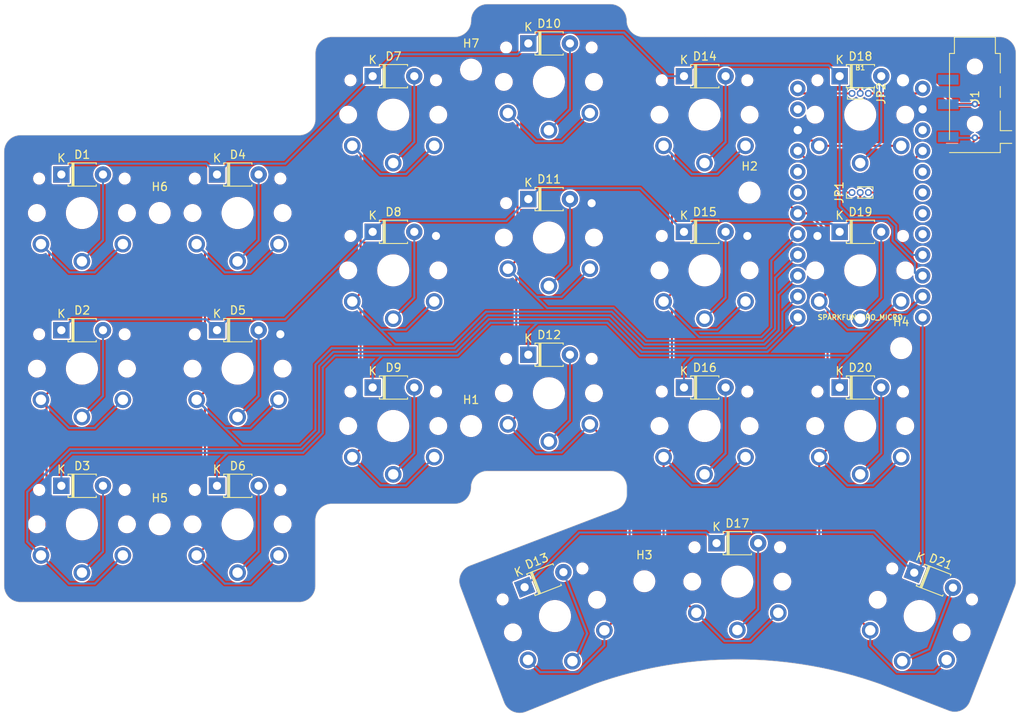
<source format=kicad_pcb>
(kicad_pcb (version 20221018) (generator pcbnew)
  (layers (0 "F.Cu" signal) (31 "B.Cu" signal) (34 "B.Paste" user) (35 "F.Paste" user) (36 "B.SilkS" user "B.Silkscreen") (37 "F.SilkS" user "F.Silkscreen") (38 "B.Mask" user) (39 "F.Mask" user) (44 "Edge.Cuts" user))
  (net 0 "")
  (net 1 "Net-(D1-Pad2)")
  (net 2 "row0")
  (net 3 "Net-(D2-Pad2)")
  (net 4 "row1")
  (net 5 "Net-(D3-Pad2)")
  (net 6 "Net-(D4-Pad2)")
  (net 7 "Net-(D5-Pad2)")
  (net 8 "row2")
  (net 9 "Net-(D6-Pad2)")
  (net 10 "Net-(D7-Pad2)")
  (net 11 "Net-(D8-Pad2)")
  (net 12 "Net-(D9-Pad2)")
  (net 13 "Net-(D10-Pad2)")
  (net 14 "Net-(D11-Pad2)")
  (net 15 "Net-(D12-Pad2)")
  (net 16 "Net-(D13-Pad2)")
  (net 17 "Net-(D14-Pad2)")
  (net 18 "Net-(D15-Pad2)")
  (net 19 "row3")
  (net 20 "Net-(D16-Pad2)")
  (net 21 "Net-(D17-Pad2)")
  (net 22 "Net-(D18-Pad2)")
  (net 23 "Net-(D19-Pad2)")
  (net 24 "Net-(D20-Pad2)")
  (net 25 "col0")
  (net 26 "col1")
  (net 27 "col2")
  (net 28 "col3")
  (net 29 "col4")
  (net 30 "col5")
  (net 31 "GND")
  (net 32 "+5V")
  (net 33 "Net-(B1-Pad24)")
  (net 34 "Net-(B1-Pad22)")
  (net 35 "Net-(B1-Pad21)")
  (net 36 "Net-(B1-Pad20)")
  (net 37 "Net-(B1-Pad19)")
  (net 38 "Net-(B1-Pad18)")
  (net 39 "Net-(B1-Pad17)")
  (net 40 "Net-(B1-Pad6)")
  (net 41 "Net-(B1-Pad5)")
  (net 42 "Net-(B1-Pad4)")
  (net 43 "Net-(B1-Pad2)")
  (net 44 "Net-(B1-Pad1)")
  (net 45 "Net-(D21-Pad2)")
  (net 46 "TX")
  (net 47 "Net-(J1-PadR2)")
  (footprint "Diode_THT:D_T-1_P5.08mm_Horizontal" (layer "F.Cu") (at 90.49 88.3)
    (fp_text reference "D1")
    (fp_text value "D_Small")
  )
  (footprint "keyswitches:SW_PG1350_reversible" (layer "F.Cu") (at 188 81)
    (fp_text reference "SW18" hide)
    (fp_text value "SW_Push")
  )
  (footprint "keyswitches:SW_PG1350_reversible" (layer "F.Cu") (at 188 119)
    (fp_text reference "SW20" hide)
    (fp_text value "SW_Push")
  )
  (footprint "keyswitches:SW_PG1350_reversible" (layer "F.Cu") (at 188 100)
    (fp_text reference "SW19" hide)
    (fp_text value "SW_Push")
  )
  (footprint "keyswitches:SW_PG1350_reversible" (layer "F.Cu") (at 112 112)
    (fp_text reference "SW5" hide)
    (fp_text value "SW_Push")
  )
  (footprint "keyswitches:SW_PG1350_reversible" (layer "F.Cu") (at 150 115)
    (fp_text reference "SW12" hide)
    (fp_text value "SW_Push")
  )
  (footprint "keyswitches:SW_PG1350_reversible" (layer "F.Cu") (at 150 96)
    (fp_text reference "SW11" hide)
    (fp_text value "SW_Push")
  )
  (footprint "keyswitches:SW_PG1350_reversible" (layer "F.Cu") (at 112 93)
    (fp_text reference "SW4" hide)
    (fp_text value "SW_Push")
  )
  (footprint "keyswitches:SW_PG1350_reversible" (layer "F.Cu") (at 150 77)
    (fp_text reference "SW10" hide)
    (fp_text value "SW_Push")
  )
  (footprint "keyswitches:SW_PG1350_reversible" (layer "F.Cu") (at 131 119)
    (fp_text reference "SW9" hide)
    (fp_text value "SW_Push")
  )
  (footprint "keyswitches:SW_PG1350_reversible" (layer "F.Cu") (at 131 100)
    (fp_text reference "SW8" hide)
    (fp_text value "SW_Push")
  )
  (footprint "keyswitches:SW_PG1350_reversible" (layer "F.Cu") (at 131 81)
    (fp_text reference "SW7" hide)
    (fp_text value "SW_Push")
  )
  (footprint "keyswitches:SW_PG1350_reversible" (layer "F.Cu") (at 112 131)
    (fp_text reference "SW6" hide)
    (fp_text value "SW_Push")
  )
  (footprint "keyswitches:SW_PG1350_reversible" (layer "F.Cu") (at 93 131)
    (fp_text reference "SW3" hide)
    (fp_text value "SW_Push")
  )
  (footprint "keyswitches:SW_PG1350_reversible" (layer "F.Cu") (at 93 93)
    (fp_text reference "SW1" hide)
    (fp_text value "SW_Push")
  )
  (footprint "keyswitches:SW_PG1350_reversible" (layer "F.Cu") (at 93 112)
    (fp_text reference "SW2" hide)
    (fp_text value "SW_Push")
  )
  (footprint "Diode_THT:D_T-1_P5.08mm_Horizontal" (layer "F.Cu") (at 185.49 76.3)
    (fp_text reference "D18")
    (fp_text value "D_Small")
  )
  (footprint "Diode_THT:D_T-1_P5.08mm_Horizontal" (layer "F.Cu") (at 185.49 114.3)
    (fp_text reference "D20")
    (fp_text value "D_Small")
  )
  (footprint "Diode_THT:D_T-1_P5.08mm_Horizontal" (layer "F.Cu") (at 166.49 95.3)
    (fp_text reference "D15")
    (fp_text value "D_Small")
  )
  (footprint "Diode_THT:D_T-1_P5.08mm_Horizontal" (layer "F.Cu") (at 185.49 95.3)
    (fp_text reference "D19")
    (fp_text value "D_Small")
  )
  (footprint "Diode_THT:D_T-1_P5.08mm_Horizontal" (layer "F.Cu") (at 166.49 114.3)
    (fp_text reference "D16")
    (fp_text value "D_Small")
  )
  (footprint "Diode_THT:D_T-1_P5.08mm_Horizontal" (layer "F.Cu") (at 166.49 76.3)
    (fp_text reference "D14")
    (fp_text value "D_Small")
  )
  (footprint "Diode_THT:D_T-1_P5.08mm_Horizontal" (layer "F.Cu") (at 147.49 110.3)
    (fp_text reference "D12")
    (fp_text value "D_Small")
  )
  (footprint "Diode_THT:D_T-1_P5.08mm_Horizontal" (layer "F.Cu") (at 147.49 72.3)
    (fp_text reference "D10")
    (fp_text value "D_Small")
  )
  (footprint "Diode_THT:D_T-1_P5.08mm_Horizontal" (layer "F.Cu") (at 90.49 126.3)
    (fp_text reference "D3")
    (fp_text value "D_Small")
  )
  (footprint "Diode_THT:D_T-1_P5.08mm_Horizontal" (layer "F.Cu") (at 90.49 107.3)
    (fp_text reference "D2")
    (fp_text value "D_Small")
  )
  (footprint "Diode_THT:D_T-1_P5.08mm_Horizontal" (layer "F.Cu") (at 128.49 76.3)
    (fp_text reference "D7")
    (fp_text value "D_Small")
  )
  (footprint "Diode_THT:D_T-1_P5.08mm_Horizontal" (layer "F.Cu") (at 128.49 114.3)
    (fp_text reference "D9")
    (fp_text value "D_Small")
  )
  (footprint "Diode_THT:D_T-1_P5.08mm_Horizontal" (layer "F.Cu") (at 109.49 126.3)
    (fp_text reference "D6")
    (fp_text value "D_Small")
  )
  (footprint "Diode_THT:D_T-1_P5.08mm_Horizontal" (layer "F.Cu") (at 109.49 107.3)
    (fp_text reference "D5")
    (fp_text value "D_Small")
  )
  (footprint "Diode_THT:D_T-1_P5.08mm_Horizontal" (layer "F.Cu") (at 128.49 95.3)
    (fp_text reference "D8")
    (fp_text value "D_Small")
  )
  (footprint "Diode_THT:D_T-1_P5.08mm_Horizontal" (layer "F.Cu") (at 147.49 91.3)
    (fp_text reference "D11")
    (fp_text value "D_Small")
  )
  (footprint "Diode_THT:D_T-1_P5.08mm_Horizontal" (layer "F.Cu") (at 109.49 88.3)
    (fp_text reference "D4")
    (fp_text value "D_Small")
  )
  (footprint "keyswitches:SW_PG1350_reversible" (layer "F.Cu") (at 169 100)
    (fp_text reference "SW15" hide)
    (fp_text value "SW_Push")
  )
  (footprint "keyswitches:SW_PG1350_reversible" (layer "F.Cu") (at 169 81)
    (fp_text reference "SW14" hide)
    (fp_text value "SW_Push")
  )
  (footprint "keyswitches:SW_PG1350_reversible" (layer "F.Cu") (at 169 119)
    (fp_text reference "SW16" hide)
    (fp_text value "SW_Push")
  )
  (footprint "keyswitches:SW_PG1350_reversible" (layer "F.Cu") (at 195.26 142.2 -21.2)
    (fp_text reference "SW21" hide)
    (fp_text value "SW_Push")
  )
  (footprint "keyswitches:SW_PG1350_reversible" (layer "F.Cu") (at 150.74 142.2 21.2)
    (fp_text reference "SW13" hide)
    (fp_text value "SW_Push")
  )
  (footprint "keyswitches:SW_PG1350_reversible" (layer "F.Cu") (at 173 138)
    (fp_text reference "SW17" hide)
    (fp_text value "SW_Push")
  )
  (footprint "Diode_THT:D_T-1_P5.08mm_Horizontal" (layer "F.Cu") (at 194.591533 136.899552 -21.2)
    (fp_text reference "D21")
    (fp_text value "D_Small")
  )
  (footprint "Diode_THT:D_T-1_P5.08mm_Horizontal" (layer "F.Cu") (at 147.037217 138.673919 21.2)
    (fp_text reference "D13")
    (fp_text value "D_Small")
  )
  (footprint "Diode_THT:D_T-1_P5.08mm_Horizontal" (layer "F.Cu") (at 170.46 133.3)
    (fp_text reference "D17")
    (fp_text value "D_Small")
  )
  (footprint "SparkFun Boards:SPARKFUN_PRO_MICRO" (layer "F.Cu") (at 188 90.5)
    (fp_text reference "B1")
    (fp_text value "SPARKFUN_PRO_MICRO")
  )
  (footprint "Connector_Audio:Jack_3.5mm_PJ320D_Horizontal" (layer "F.Cu") (at 202 79.9 -90)
    (fp_text reference "J1")
    (fp_text value "AudioJack4")
  )
  (footprint "MountingHole:MountingHole_2.2mm_M2" (layer "F.Cu") (at 161.65 137.95)
    (fp_text reference "H3")
    (fp_text value "MountingHole")
  )
  (footprint "MountingHole:MountingHole_2.2mm_M2" (layer "F.Cu") (at 102.5 93)
    (fp_text reference "H6")
    (fp_text value "MountingHole")
  )
  (footprint "MountingHole:MountingHole_2.2mm_M2" (layer "F.Cu") (at 102.5 131)
    (fp_text reference "H5")
    (fp_text value "MountingHole")
  )
  (footprint "MountingHole:MountingHole_2.2mm_M2" (layer "F.Cu") (at 140.5 119)
    (fp_text reference "H1")
    (fp_text value "MountingHole")
  )
  (footprint "MountingHole:MountingHole_2.2mm_M2" (layer "F.Cu") (at 174.5 90.5)
    (fp_text reference "H2")
    (fp_text value "MountingHole")
  )
  (footprint "MountingHole:MountingHole_2.2mm_M2" (layer "F.Cu") (at 140.5 75.5)
    (fp_text reference "H7")
    (fp_text value "MountingHole")
  )
  (footprint "Connector_PinHeader_1.00mm:PinHeader_1x03_P1.00mm_Vertical" (layer "F.Cu") (at 189 78.4 -90)
    (fp_text reference "JP2")
    (fp_text value "SolderJumper_3_Open")
  )
  (footprint "MountingHole:MountingHole_2.2mm_M2" (layer "F.Cu") (at 193 109.5)
    (fp_text reference "H4")
    (fp_text value "MountingHole")
  )
  (footprint "Connector_PinHeader_1.00mm:PinHeader_1x03_P1.00mm_Vertical" (layer "F.Cu") (at 187 90.5 90)
    (fp_text reference "JP1")
    (fp_text value "SolderJumper_3_Open")
  )
  (gr_line (start 161.5 71.5) (end 169 71.5) (stroke (width 0.05)) (layer "Edge.Cuts"))
  (gr_arc (start 201.379999 152.669999) (mid 200.289533 153.742618) (end 198.760001 153.729999) (stroke (width 0.05)) (layer "Edge.Cuts"))
  (gr_line (start 190.489493 150.529421) (end 198.760001 153.729999) (stroke (width 0.05)) (layer "Edge.Cuts"))
  (gr_arc (start 173 147.5) (mid 181.874961 148.262952) (end 190.489493 150.529421) (stroke (width 0.05)) (layer "Edge.Cuts"))
  (gr_arc (start 155.510507 150.529421) (mid 164.125039 148.262953) (end 173 147.5) (stroke (width 0.05)) (layer "Edge.Cuts"))
  (gr_line (start 139.200001 138.639999) (end 144.51 152.69) (stroke (width 0.05)) (layer "Edge.Cuts"))
  (gr_line (start 201.379999 152.669999) (end 206.8808 138.589999) (stroke (width 0.05)) (layer "Edge.Cuts"))
  (gr_line (start 85.5 140.5) (end 119.5 140.5) (stroke (width 0.05)) (layer "Edge.Cuts"))
  (gr_arc (start 147.14 153.9) (mid 145.574401 153.839691) (end 144.51 152.69) (stroke (width 0.05)) (layer "Edge.Cuts"))
  (gr_line (start 155.510507 150.529421) (end 147.14 153.9) (stroke (width 0.05)) (layer "Edge.Cuts"))
  (gr_line (start 121.5 138.5) (end 121.5 130.5) (stroke (width 0.05)) (layer "Edge.Cuts"))
  (gr_arc (start 139.200001 138.639999) (mid 139.228595 137.110969) (end 140.330001 136.050001) (stroke (width 0.05)) (layer "Edge.Cuts"))
  (gr_arc (start 157.5 124.5) (mid 158.914214 125.085786) (end 159.5 126.5) (stroke (width 0.05)) (layer "Edge.Cuts"))
  (gr_line (start 159.5 126.5) (end 159.5 127.4) (stroke (width 0.05)) (layer "Edge.Cuts"))
  (gr_arc (start 121.5 130.5) (mid 122.085786 129.085786) (end 123.5 128.5) (stroke (width 0.05)) (layer "Edge.Cuts"))
  (gr_line (start 142.5 67.5) (end 157.5 67.5) (stroke (width 0.05)) (layer "Edge.Cuts"))
  (gr_arc (start 161.5 71.5) (mid 160.085786 70.914214) (end 159.5 69.5) (stroke (width 0.05)) (layer "Edge.Cuts"))
  (gr_line (start 207 73.5) (end 207 137.909999) (stroke (width 0.05)) (layer "Edge.Cuts"))
  (gr_line (start 123.5 128.5) (end 138.5 128.5) (stroke (width 0.05)) (layer "Edge.Cuts"))
  (gr_arc (start 121.5 73.5) (mid 122.085786 72.085786) (end 123.5 71.5) (stroke (width 0.05)) (layer "Edge.Cuts"))
  (gr_arc (start 140.5 69.5) (mid 139.914214 70.914214) (end 138.5 71.5) (stroke (width 0.05)) (layer "Edge.Cuts"))
  (gr_line (start 119.5 83.5) (end 85.5 83.5) (stroke (width 0.05)) (layer "Edge.Cuts"))
  (gr_arc (start 121.5 81.5) (mid 120.914214 82.914214) (end 119.5 83.5) (stroke (width 0.05)) (layer "Edge.Cuts"))
  (gr_line (start 83.5 85.5) (end 83.5 138.5) (stroke (width 0.05)) (layer "Edge.Cuts"))
  (gr_arc (start 207 137.909999) (mid 206.969975 138.255183) (end 206.8808 138.589999) (stroke (width 0.05)) (layer "Edge.Cuts"))
  (gr_arc (start 159.5 127.4) (mid 159.145158 128.488401) (end 158.251645 129.204058) (stroke (width 0.05)) (layer "Edge.Cuts"))
  (gr_arc (start 83.5 85.5) (mid 84.085786 84.085786) (end 85.5 83.5) (stroke (width 0.05)) (layer "Edge.Cuts"))
  (gr_arc (start 140.5 126.5) (mid 141.085786 125.085786) (end 142.5 124.5) (stroke (width 0.05)) (layer "Edge.Cuts"))
  (gr_line (start 138.5 71.5) (end 123.5 71.5) (stroke (width 0.05)) (layer "Edge.Cuts"))
  (gr_arc (start 121.5 138.5) (mid 120.914214 139.914214) (end 119.5 140.5) (stroke (width 0.05)) (layer "Edge.Cuts"))
  (gr_line (start 140.330001 136.050001) (end 158.251645 129.204058) (stroke (width 0.05)) (layer "Edge.Cuts"))
  (gr_line (start 169 71.5) (end 205 71.5) (stroke (width 0.05)) (layer "Edge.Cuts"))
  (gr_arc (start 85.5 140.5) (mid 84.085786 139.914214) (end 83.5 138.5) (stroke (width 0.05)) (layer "Edge.Cuts"))
  (gr_arc (start 205 71.5) (mid 206.414214 72.085786) (end 207 73.5) (stroke (width 0.05)) (layer "Edge.Cuts"))
  (gr_arc (start 157.5 67.5) (mid 158.914214 68.085786) (end 159.5 69.5) (stroke (width 0.05)) (layer "Edge.Cuts"))
  (gr_arc (start 140.5 126.5) (mid 139.914214 127.914214) (end 138.5 128.5) (stroke (width 0.05)) (layer "Edge.Cuts"))
  (gr_line (start 121.5 73.5) (end 121.5 81.5) (stroke (width 0.05)) (layer "Edge.Cuts"))
  (gr_arc (start 140.5 69.5) (mid 141.085786 68.085786) (end 142.5 67.5) (stroke (width 0.05)) (layer "Edge.Cuts"))
  (gr_line (start 142.5 124.5) (end 157.5 124.5) (stroke (width 0.05)) (layer "Edge.Cuts"))
  (segment (start 95.57 88.3) (end 95.57 96.33) (width 0.25) (layer "B.Cu") (net 1))
  (segment (start 95.57 96.33) (end 93 98.9) (width 0.25) (layer "B.Cu") (net 1))
  (segment (start 194.325954 98.12) (end 195.62 98.12) (width 0.25) (layer "B.Cu") (net 2))
  (segment (start 192.399699 95.422499) (end 192.399699 96.193745) (width 0.25) (layer "B.Cu") (net 2))
  (segment (start 90.49 88.3) (end 91.815001 86.974999) (width 0.25) (layer "B.Cu") (net 2))
  (segment (start 109.49 88.3) (end 110.815001 86.974999) (width 0.25) (layer "B.Cu") (net 2))
  (segment (start 159.169045 70.974999) (end 148.815001 70.974999) (width 0.25) (layer "B.Cu") (net 2))
  (segment (start 185.49 92.175129) (end 186.83986 93.524989) (width 0.25) (layer "B.Cu") (net 2))
  (segment (start 166.49 76.3) (end 164.494046 76.3) (width 0.25) (layer "B.Cu") (net 2))
  (segment (start 184.164999 74.974999) (end 185.49 76.3) (width 0.25) (layer "B.Cu") (net 2))
  (segment (start 148.815001 70.974999) (end 147.49 72.3) (width 0.25) (layer "B.Cu") (net 2))
  (segment (start 117.815001 86.974999) (end 128.49 76.3) (width 0.25) (layer "B.Cu") (net 2))
  (segment (start 131.169699 73.620301) (end 146.169699 73.620301) (width 0.25) (layer "B.Cu") (net 2))
  (segment (start 110.815001 86.974999) (end 117.815001 86.974999) (width 0.25) (layer "B.Cu") (net 2))
  (segment (start 108.164999 86.974999) (end 109.49 88.3) (width 0.25) (layer "B.Cu") (net 2))
  (segment (start 164.494046 76.3) (end 159.169045 70.974999) (width 0.25) (layer "B.Cu") (net 2))
  (segment (start 128.49 76.3) (end 131.169699 73.620301) (width 0.25) (layer "B.Cu") (net 2))
  (segment (start 166.49 76.3) (end 167.815001 74.974999) (width 0.25) (layer "B.Cu") (net 2))
  (segment (start 186.83986 93.524989) (end 191.392401 93.524989) (width 0.25) (layer "B.Cu") (net 2))
  (segment (start 167.815001 74.974999) (end 184.164999 74.974999) (width 0.25) (layer "B.Cu") (net 2))
  (segment (start 185.49 76.3) (end 185.49 92.175129) (width 0.25) (layer "B.Cu") (net 2))
  (segment (start 91.815001 86.974999) (end 108.164999 86.974999) (width 0.25) (layer "B.Cu") (net 2))
  (segment (start 192.399699 96.193745) (end 194.325954 98.12) (width 0.25) (layer "B.Cu") (net 2))
  (segment (start 146.169699 73.620301) (end 147.49 72.3) (width 0.25) (layer "B.Cu") (net 2))
  (segment (start 192.399698 94.532286) (end 192.399699 95.422499) (width 0.25) (layer "B.Cu") (net 2))
  (segment (start 191.392401 93.524989) (end 192.399698 94.532286) (width 0.25) (layer "B.Cu") (net 2))
  (segment (start 192.399699 95.168697) (end 192.399699 95.422499) (width 0.25) (layer "B.Cu") (net 2))
  (segment (start 95.57 107.3) (end 95.57 115.33) (width 0.25) (layer "B.Cu") (net 3))
  (segment (start 95.57 115.33) (end 93 117.9) (width 0.25) (layer "B.Cu") (net 3))
  (segment (start 91.815001 105.974999) (end 108.164999 105.974999) (width 0.25) (layer "B.Cu") (net 4))
  (segment (start 144.815001 93.974999) (end 147.49 91.3) (width 0.25) (layer "B.Cu") (net 4))
  (segment (start 161.164999 89.974999) (end 166.49 95.3) (width 0.25) (layer "B.Cu") (net 4))
  (segment (start 179.772895 94.315199) (end 184.505199 94.315199) (width 0.25) (layer "B.Cu") (net 4))
  (segment (start 191.206001 93.974999) (end 186.815001 93.974999) (width 0.25) (layer "B.Cu") (net 4))
  (segment (start 147.49 91.3) (end 148.815001 89.974999) (width 0.25) (layer "B.Cu") (net 4))
  (segment (start 194.675901 99.106357) (end 191.949689 96.380145) (width 0.25) (layer "B.Cu") (net 4))
  (segment (start 194.675901 100.286961) (end 194.675901 99.106357) (width 0.25) (layer "B.Cu") (net 4))
  (segment (start 90.49 107.3) (end 91.815001 105.974999) (width 0.25) (layer "B.Cu") (net 4))
  (segment (start 128.49 95.3) (end 128.459666 95.3) (width 0.25) (layer "B.Cu") (net 4))
  (segment (start 195.62 100.66) (end 195.04894 100.66) (width 0.25) (layer "B.Cu") (net 4))
  (segment (start 191.949689 96.380145) (end 191.949689 94.718687) (width 0.25) (layer "B.Cu") (net 4))
  (segment (start 184.505199 94.315199) (end 185.49 95.3) (width 0.25) (layer "B.Cu") (net 4))
  (segment (start 166.49 95.3) (end 167.815001 93.974999) (width 0.25) (layer "B.Cu") (net 4))
  (segment (start 117.784667 105.974999) (end 110.815001 105.974999) (width 0.25) (layer "B.Cu") (net 4))
  (segment (start 179.432695 93.974999) (end 179.772895 94.315199) (width 0.25) (layer "B.Cu") (net 4))
  (segment (start 129.815001 93.974999) (end 144.815001 93.974999) (width 0.25) (layer "B.Cu") (net 4))
  (segment (start 108.164999 105.974999) (end 109.49 107.3) (width 0.25) (layer "B.Cu") (net 4))
  (segment (start 195.04894 100.66) (end 194.675901 100.286961) (width 0.25) (layer "B.Cu") (net 4))
  (segment (start 167.815001 93.974999) (end 179.432695 93.974999) (width 0.25) (layer "B.Cu") (net 4))
  (segment (start 110.815001 105.974999) (end 109.49 107.3) (width 0.25) (layer "B.Cu") (net 4))
  (segment (start 128.459666 95.3) (end 117.784667 105.974999) (width 0.25) (layer "B.Cu") (net 4))
  (segment (start 186.815001 93.974999) (end 185.49 95.3) (width 0.25) (layer "B.Cu") (net 4))
  (segment (start 148.815001 89.974999) (end 161.164999 89.974999) (width 0.25) (layer "B.Cu") (net 4))
  (segment (start 128.49 95.3) (end 129.815001 93.974999) (width 0.25) (layer "B.Cu") (net 4))
  (segment (start 191.949689 94.718687) (end 191.206001 93.974999) (width 0.25) (layer "B.Cu") (net 4))
  (segment (start 95.57 134.33) (end 93 136.9) (width 0.25) (layer "B.Cu") (net 5))
  (segment (start 95.57 126.3) (end 95.57 134.33) (width 0.25) (layer "B.Cu") (net 5))
  (segment (start 114.57 88.3) (end 114.57 96.33) (width 0.25) (layer "B.Cu") (net 6))
  (segment (start 114.57 96.33) (end 112 98.9) (width 0.25) (layer "B.Cu") (net 6))
  (segment (start 114.57 107.3) (end 114.57 115.33) (width 0.25) (layer "B.Cu") (net 7))
  (segment (start 114.57 115.33) (end 112 117.9) (width 0.25) (layer "B.Cu") (net 7))
  (segment (start 138.872802 110.400018) (end 142.8728 106.40002) (width 0.25) (layer "B.Cu") (net 8))
  (segment (start 195.584682 103.2) (end 195.62 103.2) (width 0.25) (layer "B.Cu") (net 8))
  (segment (start 129.650018 110.400018) (end 138.872802 110.400018) (width 0.25) (layer "B.Cu") (net 8))
  (segment (start 128.49 111.560036) (end 129.650018 110.400018) (width 0.25) (layer "B.Cu") (net 8))
  (segment (start 157.1272 106.40002) (end 161.1272 110.40002) (width 0.25) (layer "B.Cu") (net 8))
  (segment (start 109.49 123.56004) (end 110.77502 122.27502) (width 0.25) (layer "B.Cu") (net 8))
  (segment (start 195.62 103.2) (end 194.355199 104.464801) (width 0.25) (layer "B.Cu") (net 8))
  (segment (start 167.59998 110.40002) (end 184.40002 110.40002) (width 0.25) (layer "B.Cu") (net 8))
  (segment (start 166.49 114.3) (end 166.49 111.51) (width 0.25) (layer "B.Cu") (net 8))
  (segment (start 193.643681 105.141001) (end 195.584682 103.2) (width 0.25) (layer "B.Cu") (net 8))
  (segment (start 90.49 123.512364) (end 91.727344 122.27502) (width 0.25) (layer "B.Cu") (net 8))
  (segment (start 91.727344 122.27502) (end 108.22498 122.27502) (width 0.25) (layer "B.Cu") (net 8))
  (segment (start 146.40002 106.40002) (end 148.59998 106.40002) (width 0.25) (layer "B.Cu") (net 8))
  (segment (start 108.22498 122.27502) (end 110.77502 122.27502) (width 0.25) (layer "B.Cu") (net 8))
  (segment (start 119.9978 122.27502) (end 122.40002 119.8728) (width 0.25) (layer "B.Cu") (net 8))
  (segment (start 191.858999 105.141001) (end 193.643681 105.141001) (width 0.25) (layer "B.Cu") (net 8))
  (segment (start 122.40002 111.8728) (end 123.872802 110.400018) (width 0.25) (layer "B.Cu") (net 8))
  (segment (start 110.77502 122.27502) (end 119.9978 122.27502) (width 0.25) (layer "B.Cu") (net 8))
  (segment (start 148.59998 106.40002) (end 157.1272 106.40002) (width 0.25) (layer "B.Cu") (net 8))
  (segment (start 147.49 110.3) (end 147.49 107.51) (width 0.25) (layer "B.Cu") (net 8))
  (segment (start 166.49 111.51) (end 167.59998 110.40002) (width 0.25) (layer "B.Cu") (net 8))
  (segment (start 185.49 111.51) (end 191.858999 105.141001) (width 0.25) (layer "B.Cu") (net 8))
  (segment (start 109.49 126.3) (end 109.49 123.56004) (width 0.25) (layer "B.Cu") (net 8))
  (segment (start 147.49 107.51) (end 148.59998 106.40002) (width 0.25) (layer "B.Cu") (net 8))
  (segment (start 127.349982 110.400018) (end 129.650018 110.400018) (width 0.25) (layer "B.Cu") (net 8))
  (segment (start 122.40002 119.8728) (end 122.40002 111.8728) (width 0.25) (layer "B.Cu") (net 8))
  (segment (start 123.872802 110.400018) (end 127.349982 110.400018) (width 0.25) (layer "B.Cu") (net 8))
  (segment (start 161.1272 110.40002) (end 165.34998 110.40002) (width 0.25) (layer "B.Cu") (net 8))
  (segment (start 142.8728 106.40002) (end 146.40002 106.40002) (width 0.25) (layer "B.Cu") (net 8))
  (segment (start 184.40002 110.40002) (end 186.59998 110.40002) (width 0.25) (layer "B.Cu") (net 8))
  (segment (start 185.49 111.51) (end 186.59998 110.40002) (width 0.25) (layer "B.Cu") (net 8))
  (segment (start 185.49 114.3) (end 185.49 111.51) (width 0.25) (layer "B.Cu") (net 8))
  (segment (start 128.49 114.3) (end 128.49 111.560036) (width 0.25) (layer "B.Cu") (net 8))
  (segment (start 90.49 126.3) (end 90.49 123.512364) (width 0.25) (layer "B.Cu") (net 8))
  (segment (start 165.34998 110.40002) (end 167.59998 110.40002) (width 0.25) (layer "B.Cu") (net 8))
  (segment (start 114.57 126.3) (end 114.57 134.33) (width 0.25) (layer "B.Cu") (net 9))
  (segment (start 114.57 134.33) (end 112 136.9) (width 0.25) (layer "B.Cu") (net 9))
  (segment (start 133.57 84.33) (end 131 86.9) (width 0.25) (layer "B.Cu") (net 10))
  (segment (start 133.57 76.3) (end 133.57 84.33) (width 0.25) (layer "B.Cu") (net 10))
  (segment (start 133.57 95.3) (end 133.57 103.33) (width 0.25) (layer "B.Cu") (net 11))
  (segment (start 133.57 103.33) (end 131 105.9) (width 0.25) (layer "B.Cu") (net 11))
  (segment (start 133.57 114.3) (end 133.57 122.33) (width 0.25) (layer "B.Cu") (net 12))
  (segment (start 133.57 122.33) (end 131 124.9) (width 0.25) (layer "B.Cu") (net 12))
  (segment (start 152.57 72.3) (end 152.57 80.33) (width 0.25) (layer "B.Cu") (net 13))
  (segment (start 152.57 80.33) (end 150 82.9) (width 0.25) (layer "B.Cu") (net 13))
  (segment (start 152.57 91.3) (end 152.57 99.33) (width 0.25) (layer "B.Cu") (net 14))
  (segment (start 152.57 99.33) (end 150 101.9) (width 0.25) (layer "B.Cu") (net 14))
  (segment (start 152.57 110.3) (end 152.57 118.33) (width 0.25) (layer "B.Cu") (net 15))
  (segment (start 152.57 118.33) (end 150 120.9) (width 0.25) (layer "B.Cu") (net 15))
  (segment (start 151.773422 136.836867) (end 154.677267 144.323427) (width 0.25) (layer "B.Cu") (net 16))
  (segment (start 154.677267 144.323427) (end 153.21057 147.648874) (width 0.25) (layer "B.Cu") (net 16))
  (segment (start 171.57 84.33) (end 169 86.9) (width 0.25) (layer "B.Cu") (net 17))
  (segment (start 171.57 76.3) (end 171.57 84.33) (width 0.25) (layer "B.Cu") (net 17))
  (segment (start 171.57 95.3) (end 171.57 103.33) (width 0.25) (layer "B.Cu") (net 18))
  (segment (start 171.57 103.33) (end 169 105.9) (width 0.25) (layer "B.Cu") (net 18))
  (segment (start 153.711136 132) (end 169.16 132) (width 0.25) (layer "B.Cu") (net 19))
  (segment (start 147.037217 138.673919) (end 153.711136 132) (width 0.25) (layer "B.Cu") (net 19))
  (segment (start 169.16 132) (end 170.46 133.3) (width 0.25) (layer "B.Cu") (net 19))
  (segment (start 195.62 135.871085) (end 194.591533 136.899552) (width 0.25) (layer "B.Cu") (net 19))
  (segment (start 170.46 133.3) (end 171.785001 131.974999) (width 0.25) (layer "B.Cu") (net 19))
  (segment (start 171.785001 131.974999) (end 189.66698 131.974999) (width 0.25) (layer "B.Cu") (net 19))
  (segment (start 195.62 105.74) (end 195.62 135.871085) (width 0.25) (layer "B.Cu") (net 19))
  (segment (start 189.66698 131.974999) (end 194.591533 136.899552) (width 0.25) (layer "B.Cu") (net 19))
  (segment (start 171.57 114.3) (end 171.57 122.33) (width 0.25) (layer "B.Cu") (net 20))
  (segment (start 171.57 122.33) (end 169 124.9) (width 0.25) (layer "B.Cu") (net 20))
  (segment (start 175.54 141.36) (end 173 143.9) (width 0.25) (layer "B.Cu") (net 21))
  (segment (start 175.54 133.3) (end 175.54 141.36) (width 0.25) (layer "B.Cu") (net 21))
  (segment (start 190.57 76.3) (end 190.57 84.33) (width 0.25) (layer "B.Cu") (net 22))
  (segment (start 190.57 84.33) (end 188 86.9) (width 0.25) (layer "B.Cu") (net 22))
  (segment (start 190.57 103.33) (end 188 105.9) (width 0.25) (layer "B.Cu") (net 23))
  (segment (start 190.57 95.3) (end 190.57 103.33) (width 0.25) (layer "B.Cu") (net 23))
  (segment (start 188 124.9) (end 190.57 122.33) (width 0.25) (layer "B.Cu") (net 24))
  (segment (start 190.57 122.33) (end 190.57 114.3) (width 0.25) (layer "B.Cu") (net 24))
  (segment (start 88 115.8) (end 88.675901 116.475901) (width 0.25) (layer "F.Cu") (net 25))
  (segment (start 88.675901 134.124099) (end 88 134.8) (width 0.25) (layer "F.Cu") (net 25))
  (segment (start 89.015999 114.784001) (end 88 115.8) (width 0.25) (layer "F.Cu") (net 25))
  (segment (start 88.675901 116.475901) (end 88.675901 134.124099) (width 0.25) (layer "F.Cu") (net 25))
  (segment (start 89.015999 97.815999) (end 89.015999 114.784001) (width 0.25) (layer "F.Cu") (net 25))
  (segment (start 88 96.8) (end 89.015999 97.815999) (width 0.25) (layer "F.Cu") (net 25))
  (segment (start 94.558999 100.241001) (end 98 96.8) (width 0.25) (layer "B.Cu") (net 25))
  (segment (start 121.95001 111.6864) (end 121.95001 119.6864) (width 0.25) (layer "B.Cu") (net 25))
  (segment (start 88 96.8) (end 91.441001 100.241001) (width 0.25) (layer "B.Cu") (net 25))
  (segment (start 86.324099 127.041855) (end 86.324099 133.124099) (width 0.25) (layer "B.Cu") (net 25))
  (segment (start 116.904534 121.82501) (end 91.540944 121.82501) (width 0.25) (layer "B.Cu") (net 25))
  (segment (start 123.6864 109.95001) (end 121.95001 111.6864) (width 0.25) (layer "B.Cu") (net 25))
  (segment (start 91.441001 100.241001) (end 94.558999 100.241001) (width 0.25) (layer "B.Cu") (net 25))
  (segment (start 91.441001 138.241001) (end 94.558999 138.241001) (width 0.25) (layer "B.Cu") (net 25))
  (segment (start 161.3136 109.95001) (end 157.3136 105.95001) (width 0.25) (layer "B.Cu") (net 25))
  (segment (start 176.686401 109.950009) (end 161.3136 109.95001) (width 0.25) (layer "B.Cu") (net 25))
  (segment (start 157.3136 105.95001) (end 142.6864 105.95001) (width 0.25) (layer "B.Cu") (net 25))
  (segment (start 180.38 105.74) (end 180.38 106.25641) (width 0.25) (layer "B.Cu") (net 25))
  (segment (start 88 134.8) (end 91.441001 138.241001) (width 0.25) (layer "B.Cu") (net 25))
  (segment (start 121.95001 119.6864) (end 119.811401 121.825009) (width 0.25) (layer "B.Cu") (net 25))
  (segment (start 86.324099 133.124099) (end 88 134.8) (width 0.25) (layer "B.Cu") (net 25))
  (segment (start 119.811401 121.825009) (end 116.904534 121.82501) (width 0.25) (layer "B.Cu") (net 25))
  (segment (start 94.558999 138.241001) (end 98 134.8) (width 0.25) (layer "B.Cu") (net 25))
  (segment (start 94.558999 119.241001) (end 91.441001 119.241001) (width 0.25) (layer "B.Cu") (net 25))
  (segment (start 98 115.8) (end 94.558999 119.241001) (width 0.25) (layer "B.Cu") (net 25))
  (segment (start 142.6864 105.95001) (end 138.686401 109.950009) (width 0.25) (layer "B.Cu") (net 25))
  (segment (start 180.38 106.25641) (end 176.686401 109.950009) (width 0.25) (layer "B.Cu") (net 25))
  (segment (start 138.686401 109.950009) (end 123.6864 109.95001) (width 0.25) (layer "B.Cu") (net 25))
  (segment (start 91.540944 121.82501) (end 86.324099 127.041855) (width 0.25) (layer "B.Cu") (net 25))
  (segment (start 91.441001 119.241001) (end 88 115.8) (width 0.25) (layer "B.Cu") (net 25))
  (segment (start 107 96.8) (end 108.015999 97.815999) (width 0.25) (layer "F.Cu") (net 26))
  (segment (start 108.015999 114.784001) (end 107 115.8) (width 0.25) (layer "F.Cu") (net 26))
  (segment (start 108.015999 116.815999) (end 108.015999 133.784001) (width 0.25) (layer "F.Cu") (net 26))
  (segment (start 108.015999 133.784001) (end 107 134.8) (width 0.25) (layer "F.Cu") (net 26))
  (segment (start 108.015999 97.815999) (end 108.015999 114.784001) (width 0.25) (layer "F.Cu") (net 26))
  (segment (start 107 115.8) (end 108.015999 116.815999) (width 0.25) (layer "F.Cu") (net 26))
  (segment (start 107 115.8) (end 110.441001 119.241001) (width 0.25) (layer "B.Cu") (net 26))
  (segment (start 176.5 109.5) (end 178.5 107.5) (width 0.25) (layer "B.Cu") (net 26))
  (segment (start 121.5 117) (end 121.5 111.5) (width 0.25) (layer "B.Cu") (net 26))
  (segment (start 121.5 119.5) (end 121.5 117) (width 0.25) (layer "B.Cu") (net 26))
  (segment (start 113.558999 100.241001) (end 117 96.8) (width 0.25) (layer "B.Cu") (net 26))
  (segment (start 138.5 109.5) (end 142.5 105.5) (width 0.25) (layer "B.Cu") (net 26))
  (segment (start 119.625 121.375) (end 121.5 119.5) (width 0.25) (layer "B.Cu") (net 26))
  (segment (start 176.25 109.5) (end 176.5 109.5) (width 0.25) (layer "B.Cu") (net 26))
  (segment (start 107 134.8) (end 110.441001 138.241001) (width 0.25) (layer "B.Cu") (net 26))
  (segment (start 161.5 109.5) (end 176.25 109.5) (width 0.25) (layer "B.Cu") (net 26))
  (segment (start 178.5 107.5) (end 178.5 106) (width 0.25) (layer "B.Cu") (net 26))
  (segment (start 110.441001 119.241001) (end 113.558999 119.241001) (width 0.25) (layer "B.Cu") (net 26))
  (segment (start 178.5 105.08) (end 178.5 106) (width 0.25) (layer "B.Cu") (net 26))
  (segment (start 110.441001 100.241001) (end 113.558999 100.241001) (width 0.25) (layer "B.Cu") (net 26))
  (segment (start 142.5 105.5) (end 157.5 105.5) (width 0.25) (layer "B.Cu") (net 26))
  (segment (start 107 96.8) (end 110.441001 100.241001) (width 0.25) (layer "B.Cu") (net 26))
  (segment (start 121.5 111.5) (end 123.5 109.5) (width 0.25) (layer "B.Cu") (net 26))
  (segment (start 107 115.8) (end 112.575 121.375) (width 0.25) (layer "B.Cu") (net 26))
  (segment (start 113.558999 119.241001) (end 117 115.8) (width 0.25) (layer "B.Cu") (net 26))
  (segment (start 123.5 109.5) (end 138.5 109.5) (width 0.25) (layer "B.Cu") (net 26))
  (segment (start 112.575 121.375) (end 119.625 121.375) (width 0.25) (layer "B.Cu") (net 26))
  (segment (start 113.558999 138.241001) (end 117 134.8) (width 0.25) (layer "B.Cu") (net 26))
  (segment (start 180.38 103.2) (end 178.5 105.08) (width 0.25) (layer "B.Cu") (net 26))
  (segment (start 110.441001 138.241001) (end 113.558999 138.241001) (width 0.25) (layer "B.Cu") (net 26))
  (segment (start 157.5 105.5) (end 161.5 109.5) (width 0.25) (layer "B.Cu") (net 26))
  (segment (start 126 103.8) (end 127.015999 104.815999) (width 0.25) (layer "F.Cu") (net 27))
  (segment (start 127.015999 102.784001) (end 126 103.8) (width 0.25) (layer "F.Cu") (net 27))
  (segment (start 127.015999 85.815999) (end 127.015999 102.784001) (width 0.25) (layer "F.Cu") (net 27))
  (segment (start 126 84.8) (end 127.015999 85.815999) (width 0.25) (layer "F.Cu") (net 27))
  (segment (start 127.015999 121.784001) (end 126 122.8) (width 0.25) (layer "F.Cu") (net 27))
  (segment (start 127.015999 104.815999) (end 127.015999 121.784001) (width 0.25) (layer "F.Cu") (net 27))
  (segment (start 161.6864 109.04999) (end 176.3136 109.04999) (width 0.25) (layer "B.Cu") (net 27))
  (segment (start 132.558999 88.241001) (end 136 84.8) (width 0.25) (layer "B.Cu") (net 27))
  (segment (start 131.24999 109.04999) (end 138.3136 109.04999) (width 0.25) (layer "B.Cu") (net 27))
  (segment (start 132.558999 126.241001) (end 136 122.8) (width 0.25) (layer "B.Cu") (net 27))
  (segment (start 126 103.8) (end 131.24999 109.04999) (width 0.25) (layer "B.Cu") (net 27))
  (segment (start 129.441001 88.241001) (end 132.558999 88.241001) (width 0.25) (layer "B.Cu") (net 27))
  (segment (start 132.558999 107.241001) (end 136 103.8) (width 0.25) (layer "B.Cu") (net 27))
  (segment (start 129.441001 107.241001) (end 132.558999 107.241001) (width 0.25) (layer "B.Cu") (net 27))
  (segment (start 142.3136 105.04999) (end 157.686401 105.049991) (width 0.25) (layer "B.Cu") (net 27))
  (segment (start 126 103.8) (end 129.441001 107.241001) (width 0.25) (layer "B.Cu") (net 27))
  (segment (start 129.441001 126.241001) (end 132.558999 126.241001) (width 0.25) (layer "B.Cu") (net 27))
  (segment (start 138.3136 109.04999) (end 142.3136 105.04999) (width 0.25) (layer "B.Cu") (net 27))
  (segment (start 126 122.8) (end 129.441001 126.241001) (width 0.25) (layer "B.Cu") (net 27))
  (segment (start 157.686401 105.049991) (end 161.6864 109.04999) (width 0.25) (layer "B.Cu") (net 27))
  (segment (start 178.04999 102.99001) (end 180.38 100.66) (width 0.25) (layer "B.Cu") (net 27))
  (segment (start 176.3136 109.04999) (end 178.04999 107.3136) (width 0.25) (layer "B.Cu") (net 27))
  (segment (start 178.04999 107.3136) (end 178.04999 102.99001) (width 0.25) (layer "B.Cu") (net 27))
  (segment (start 126 84.8) (end 129.441001 88.241001) (width 0.25) (layer "B.Cu") (net 27))
  (segment (start 146.015999 100.815999) (end 146.015999 117.784001) (width 0.25) (layer "F.Cu") (net 28))
  (segment (start 145 80.8) (end 146.164999 81.964999) (width 0.25) (layer "F.Cu") (net 28))
  (segment (start 155 118.8) (end 159.850278 123.650278) (width 0.25) (layer "F.Cu") (net 28))
  (segment (start 159.850278 140.860222) (end 156.775792 143.934708) (width 0.25) (layer "F.Cu") (net 28))
  (segment (start 146.164999 98.635001) (end 145 99.8) (width 0.25) (layer "F.Cu") (net 28))
  (segment (start 159.850278 123.650278) (end 159.850278 140.860222) (width 0.25) (layer "F.Cu") (net 28))
  (segment (start 145 99.8) (end 146.015999 100.815999) (width 0.25) (layer "F.Cu") (net 28))
  (segment (start 146.164999 81.964999) (end 146.164999 98.635001) (width 0.25) (layer "F.Cu") (net 28))
  (segment (start 146.015999 117.784001) (end 145 118.8) (width 0.25) (layer "F.Cu") (net 28))
  (segment (start 148.943312 149.041711) (end 153.517266 149.041711) (width 0.25) (layer "B.Cu") (net 28))
  (segment (start 148.441001 103.241001) (end 151.558999 103.241001) (width 0.25) (layer "B.Cu") (net 28))
  (segment (start 176.1272 108.59998) (end 177.59998 107.1272) (width 0.25) (layer "B.Cu") (net 28))
  (segment (start 145 99.8) (end 149.799981 104.599981) (width 0.25) (layer "B.Cu") (net 28))
  (segment (start 151.558999 84.241001) (end 155 80.8) (width 0.25) (layer "B.Cu") (net 28))
  (segment (start 145 99.8) (end 148.441001 103.241001) (width 0.25) (layer "B.Cu") (net 28))
  (segment (start 151.558999 103.241001) (end 155 99.8) (width 0.25) (layer "B.Cu") (net 28))
  (segment (start 145 118.8) (end 148.441001 122.241001) (width 0.25) (layer "B.Cu") (net 28))
  (segment (start 156.775792 145.783185) (end 156.775792 143.934708) (width 0.25) (layer "B.Cu") (net 28))
  (segment (start 148.441001 84.241001) (end 151.558999 84.241001) (width 0.25) (layer "B.Cu") (net 28))
  (segment (start 147.452554 147.550953) (end 148.943312 149.041711) (width 0.25) (layer "B.Cu") (net 28))
  (segment (start 145 80.8) (end 148.441001 84.241001) (width 0.25) (layer "B.Cu") (net 28))
  (segment (start 149.799981 104.599981) (end 157.872802 104.599982) (width 0.25) (layer "B.Cu") (net 28))
  (segment (start 157.872802 104.599982) (end 161.8728 108.59998) (width 0.25) (layer "B.Cu") (net 28))
  (segment (start 153.517266 149.041711) (end 156.775792 145.783185) (width 0.25) (layer "B.Cu") (net 28))
  (segment (start 161.8728 108.59998) (end 176.1272 108.59998) (width 0.25) (layer "B.Cu") (net 28))
  (segment (start 148.441001 122.241001) (end 151.558999 122.241001) (width 0.25) (layer "B.Cu") (net 28))
  (segment (start 177.59998 107.1272) (end 177.59998 100.90002) (width 0.25) (layer "B.Cu") (net 28))
  (segment (start 151.558999 122.241001) (end 155 118.8) (width 0.25) (layer "B.Cu") (net 28))
  (segment (start 177.59998 100.90002) (end 180.38 98.12) (width 0.25) (layer "B.Cu") (net 28))
  (segment (start 164 122.8) (end 164 137.8) (width 0.25) (layer "F.Cu") (net 29))
  (segment (start 165.015999 102.784001) (end 164 103.8) (width 0.25) (layer "F.Cu") (net 29))
  (segment (start 165.015999 85.815999) (end 165.015999 102.784001) (width 0.25) (layer "F.Cu") (net 29))
  (segment (start 164 84.8) (end 165.015999 85.815999) (width 0.25) (layer "F.Cu") (net 29))
  (segment (start 165.015999 121.784001) (end 164 122.8) (width 0.25) (layer "F.Cu") (net 29))
  (segment (start 164 103.8) (end 165.015999 104.815999) (width 0.25) (layer "F.Cu") (net 29))
  (segment (start 165.015999 104.815999) (end 165.015999 121.784001) (width 0.25) (layer "F.Cu") (net 29))
  (segment (start 164 137.8) (end 168 141.8) (width 0.25) (layer "F.Cu") (net 29))
  (segment (start 164 84.8) (end 167.441001 88.241001) (width 0.25) (layer "B.Cu") (net 29))
  (segment (start 174.558999 145.241001) (end 178 141.8) (width 0.25) (layer "B.Cu") (net 29))
  (segment (start 177.14997 106.9408) (end 177.14997 98.81003) (width 0.25) (layer "B.Cu") (net 29))
  (segment (start 175.9408 108.14997) (end 177.14997 106.9408) (width 0.25) (layer "B.Cu") (net 29))
  (segment (start 164 103.8) (end 167.441001 107.241001) (width 0.25) (layer "B.Cu") (net 29))
  (segment (start 164 103.8) (end 168.34997 108.14997) (width 0.25) (layer "B.Cu") (net 29))
  (segment (start 170.558999 88.241001) (end 174 84.8) (width 0.25) (layer "B.Cu") (net 29))
  (segment (start 167.441001 126.241001) (end 170.558999 126.241001) (width 0.25) (layer "B.Cu") (net 29))
  (segment (start 168.34997 108.14997) (end 175.9408 108.14997) (width 0.25) (layer "B.Cu") (net 29))
  (segment (start 164 122.8) (end 167.441001 126.241001) (width 0.25) (layer "B.Cu") (net 29))
  (segment (start 167.441001 88.241001) (end 170.558999 88.241001) (width 0.25) (layer "B.Cu") (net 29))
  (segment (start 171.441001 145.241001) (end 174.558999 145.241001) (width 0.25) (layer "B.Cu") (net 29))
  (segment (start 170.558999 107.241001) (end 174 103.8) (width 0.25) (layer "B.Cu") (net 29))
  (segment (start 177.14997 98.81003) (end 180.38 95.58) (width 0.25) (layer "B.Cu") (net 29))
  (segment (start 168 141.8) (end 171.441001 145.241001) (width 0.25) (layer "B.Cu") (net 29))
  (segment (start 170.558999 126.241001) (end 174 122.8) (width 0.25) (layer "B.Cu") (net 29))
  (segment (start 167.441001 107.241001) (end 170.558999 107.241001) (width 0.25) (layer "B.Cu") (net 29))
  (segment (start 184.015999 121.784001) (end 183 122.8) (width 0.25) (layer "F.Cu") (net 30))
  (segment (start 183 122.8) (end 183 137.7105) (width 0.25) (layer "F.Cu") (net 30))
  (segment (start 187.884682 84.8) (end 193 84.8) (width 0.25) (layer "F.Cu") (net 30))
  (segment (start 183.750301 103.049699) (end 183 103.8) (width 0.25) (layer "F.Cu") (net 30))
  (segment (start 183 103.8) (end 184.015999 104.815999) (width 0.25) (layer "F.Cu") (net 30))
  (segment (start 183.750301 95.081224) (end 183.750301 103.049699) (width 0.25) (layer "F.Cu") (net 30))
  (segment (start 179.725401 84.155199) (end 179.115199 84.765401) (width 0.25) (layer "F.Cu") (net 30))
  (segment (start 183 137.7105) (end 189.224208 143.934708) (width 0.25) (layer "F.Cu") (net 30))
  (segment (start 179.115199 84.765401) (end 179.115199 91.775199) (width 0.25) (layer "F.Cu") (net 30))
  (segment (start 181.709077 93.04) (end 183.750301 95.081224) (width 0.25) (layer "F.Cu") (net 30))
  (segment (start 184.015999 104.815999) (end 184.015999 121.784001) (width 0.25) (layer "F.Cu") (net 30))
  (segment (start 183 84.8) (end 182.355199 84.155199) (width 0.25) (layer "F.Cu") (net 30))
  (segment (start 180.38 93.04) (end 181.709077 93.04) (width 0.25) (layer "F.Cu") (net 30))
  (segment (start 182.355199 84.155199) (end 179.725401 84.155199) (width 0.25) (layer "F.Cu") (net 30))
  (segment (start 179.115199 91.775199) (end 180.38 93.04) (width 0.25) (layer "F.Cu") (net 30))
  (segment (start 183 84.8) (end 187.884682 84.8) (width 0.25) (layer "F.Cu") (net 30))
  (segment (start 189.122589 107.241001) (end 192.61359 103.75) (width 0.25) (layer "B.Cu") (net 30))
  (segment (start 192.61359 103.75) (end 192.95 103.75) (width 0.25) (layer "B.Cu") (net 30))
  (segment (start 189.558999 126.241001) (end 193 122.8) (width 0.25) (layer "B.Cu") (net 30))
  (segment (start 197.056688 149.041711) (end 198.547446 147.550953) (width 0.25) (layer "B.Cu") (net 30))
  (segment (start 186.441001 107.241001) (end 189.122589 107.241001) (width 0.25) (layer "B.Cu") (net 30))
  (segment (start 183 103.8) (end 186.441001 107.241001) (width 0.25) (layer "B.Cu") (net 30))
  (segment (start 192.482734 149.041711) (end 197.056688 149.041711) (width 0.25) (layer "B.Cu") (net 30))
  (segment (start 189.224208 143.934708) (end 189.224208 145.783185) (width 0.25) (layer "B.Cu") (net 30))
  (segment (start 186.441001 126.241001) (end 189.558999 126.241001) (width 0.25) (layer "B.Cu") (net 30))
  (segment (start 183 122.8) (end 186.441001 126.241001) (width 0.25) (layer "B.Cu") (net 30))
  (segment (start 189.224208 145.783185) (end 192.482734 149.041711) (width 0.25) (layer "B.Cu") (net 30))
  (segment (start 192.95 103.75) (end 193 103.8) (width 0.25) (layer "B.Cu") (net 30))
  (segment (start 188.148961 91.250001) (end 188 91.10104) (width 0.25) (layer "F.Cu") (net 32))
  (segment (start 202.025 83.825) (end 202 83.8) (width 0.25) (layer "F.Cu") (net 32))
  (segment (start 202 84.110002) (end 200.260001 85.850001) (width 0.25) (layer "F.Cu") (net 32))
  (segment (start 190.426409 91.250001) (end 188.148961 91.250001) (width 0.25) (layer "F.Cu") (net 32))
  (segment (start 200.260001 85.850001) (end 197.061905 85.850001) (width 0.25) (layer "F.Cu") (net 32))
  (segment (start 202 83.8) (end 202 84.110002) (width 0.25) (layer "F.Cu") (net 32))
  (segment (start 196.227105 86.684801) (end 194.991609 86.684801) (width 0.25) (layer "F.Cu") (net 32))
  (segment (start 197.061905 85.850001) (end 196.227105 86.684801) (width 0.25) (layer "F.Cu") (net 32))
  (segment (start 188 91.10104) (end 188 90.5) (width 0.25) (layer "F.Cu") (net 32))
  (segment (start 194.991609 86.684801) (end 190.426409 91.250001) (width 0.25) (layer "F.Cu") (net 32))
  (segment (start 205.25 83.825) (end 202.025 83.825) (width 0.25) (layer "F.Cu") (net 32))
  (via (at 202 83.8) (size 0.8) (drill 0.4) (layers "F.Cu" "B.Cu") (net 32))
  (segment (start 198.75 83.825) (end 201.975 83.825) (width 0.25) (layer "B.Cu") (net 32))
  (segment (start 201.975 83.825) (end 202 83.8) (width 0.25) (layer "B.Cu") (net 32))
  (segment (start 195.02 78.4) (end 195.62 77.8) (width 0.25) (layer "F.Cu") (net 33))
  (segment (start 189 78.4) (end 195.02 78.4) (width 0.25) (layer "F.Cu") (net 33))
  (segment (start 189 90.5) (end 190.54 90.5) (width 0.25) (layer "F.Cu") (net 35))
  (segment (start 190.54 90.5) (end 195.62 85.42) (width 0.25) (layer "F.Cu") (net 35))
  (segment (start 187 90.5) (end 185.46 90.5) (width 0.25) (layer "F.Cu") (net 42))
  (segment (start 185.46 90.5) (end 180.38 85.42) (width 0.25) (layer "F.Cu") (net 42))
  (segment (start 187 78.4) (end 180.98 78.4) (width 0.25) (layer "F.Cu") (net 44))
  (segment (start 180.98 78.4) (end 180.38 77.8) (width 0.25) (layer "F.Cu") (net 44))
  (segment (start 196.413044 146.251134) (end 193.126415 147.70071) (width 0.25) (layer "B.Cu") (net 45))
  (segment (start 199.327738 138.736605) (end 196.413044 146.251134) (width 0.25) (layer "B.Cu") (net 45))
  (segment (start 188 76.908998) (end 189.933999 74.974999) (width 0.25) (layer "F.Cu") (net 46))
  (segment (start 205.25 79.825) (end 202.125 79.825) (width 0.25) (layer "F.Cu") (net 46))
  (segment (start 189.933999 74.974999) (end 194.666905 74.974999) (width 0.25) (layer "F.Cu") (net 46))
  (segment (start 202.125 79.825) (end 202 79.7) (width 0.25) (layer "F.Cu") (net 46))
  (segment (start 188 78.4) (end 188 76.908998) (width 0.25) (layer "F.Cu") (net 46))
  (segment (start 202 79.7) (end 199.391906 79.7) (width 0.25) (layer "F.Cu") (net 46))
  (segment (start 194.666905 74.974999) (end 198.720953 79.029047) (width 0.25) (layer "F.Cu") (net 46))
  (segment (start 199.391906 79.7) (end 198.720953 79.029047) (width 0.25) (layer "F.Cu") (net 46))
  (via (at 202 79.7) (size 0.8) (drill 0.4) (layers "F.Cu" "B.Cu") (net 46))
  (segment (start 198.75 79.825) (end 201.875 79.825) (width 0.25) (layer "B.Cu") (net 46))
  (segment (start 201.875 79.825) (end 202 79.7) (width 0.25) (layer "B.Cu") (net 46))
  (zone (net 31) (net_name "GND") (layer "F.Cu") (connect_pads yes (clearance 0.2)) (min_thickness 0.1) (fill yes (thermal_gap 0.1) (thermal_bridge_width 0.11))
    (polygon (pts (xy 208 155) (xy 83 155) (xy 83 67) (xy 208 67)))
  )
  (zone (net 31) (net_name "GND") (layer "B.Cu") (connect_pads yes (clearance 0.1)) (min_thickness 0.1) (fill yes (thermal_gap 0.1) (thermal_bridge_width 0.11))
    (polygon (pts (xy 208 155) (xy 83 155) (xy 83 67) (xy 208 67)))
  )
)
</source>
